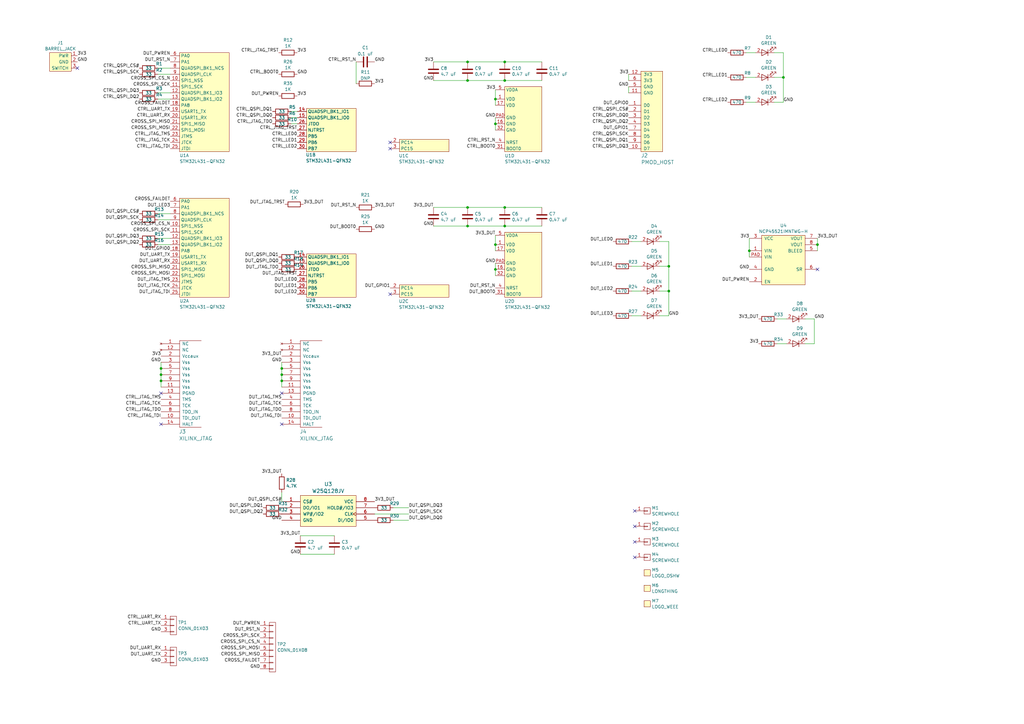
<source format=kicad_sch>
(kicad_sch (version 20231120) (generator "eeschema") (generator_version "8.0")
  (paper "A3")
  (lib_symbols
    (symbol "conn:CONN_01X01" (pin_names (offset 1.016) hide)
      (property "Reference" "J" (at 0 2.54 0))
      (property "Value" "CONN_01X01" (at 2.54 0 90))
      (symbol "CONN_01X01_0_1"
        (rectangle (start -1.27 0.127) (end 0.254 -0.127))
        (rectangle (start -1.27 1.27) (end 1.27 -1.27))
      )
      (symbol "CONN_01X01_1_1"
        (pin passive line (at -5.08 0 0) (length 3.81) (name "P1") (number "1"))
      )
    )
    (symbol "conn:CONN_01X03" (pin_names (offset 1.016) hide)
      (property "Reference" "J" (at 0 5.08 0))
      (property "Value" "CONN_01X03" (at 2.54 0 90))
      (symbol "CONN_01X03_0_1"
        (rectangle (start -1.27 -2.413) (end 0.254 -2.667))
        (rectangle (start -1.27 0.127) (end 0.254 -0.127))
        (rectangle (start -1.27 2.667) (end 0.254 2.413))
        (rectangle (start -1.27 3.81) (end 1.27 -3.81))
      )
      (symbol "CONN_01X03_1_1"
        (pin passive line (at -5.08 2.54 0) (length 3.81) (name "P1") (number "1"))
        (pin passive line (at -5.08 0 0) (length 3.81) (name "P2") (number "2"))
        (pin passive line (at -5.08 -2.54 0) (length 3.81) (name "P3") (number "3"))
      )
    )
    (symbol "conn:CONN_01X08" (pin_names (offset 1.016) hide)
      (property "Reference" "J" (at 0 11.43 0))
      (property "Value" "CONN_01X08" (at 2.54 0 90))
      (symbol "CONN_01X08_0_1"
        (rectangle (start -1.27 -10.16) (end 1.27 10.16))
        (rectangle (start -1.27 -8.763) (end 0.254 -9.017))
        (rectangle (start -1.27 -6.223) (end 0.254 -6.477))
        (rectangle (start -1.27 -3.683) (end 0.254 -3.937))
        (rectangle (start -1.27 -1.143) (end 0.254 -1.397))
        (rectangle (start -1.27 1.397) (end 0.254 1.143))
        (rectangle (start -1.27 3.937) (end 0.254 3.683))
        (rectangle (start -1.27 6.477) (end 0.254 6.223))
        (rectangle (start -1.27 9.017) (end 0.254 8.763))
      )
      (symbol "CONN_01X08_1_1"
        (pin passive line (at -5.08 8.89 0) (length 3.81) (name "P1") (number "1"))
        (pin passive line (at -5.08 6.35 0) (length 3.81) (name "P2") (number "2"))
        (pin passive line (at -5.08 3.81 0) (length 3.81) (name "P3") (number "3"))
        (pin passive line (at -5.08 1.27 0) (length 3.81) (name "P4") (number "4"))
        (pin passive line (at -5.08 -1.27 0) (length 3.81) (name "P5") (number "5"))
        (pin passive line (at -5.08 -3.81 0) (length 3.81) (name "P6") (number "6"))
        (pin passive line (at -5.08 -6.35 0) (length 3.81) (name "P7") (number "7"))
        (pin passive line (at -5.08 -8.89 0) (length 3.81) (name "P8") (number "8"))
      )
    )
    (symbol "device:C" (pin_numbers hide) (pin_names (offset 0.254))
      (property "Reference" "C" (at 0.635 2.54 0))
      (property "Value" "C" (at 0.635 -2.54 0))
      (symbol "C_0_1"
        (polyline (pts (xy -2.032 -0.762) (xy 2.032 -0.762)) (stroke (width 0.508)))
        (polyline (pts (xy -2.032 0.762) (xy 2.032 0.762)) (stroke (width 0.508)))
      )
      (symbol "C_1_1"
        (pin passive line (at 0 3.81 270) (length 2.794) (name "~") (number "1"))
        (pin passive line (at 0 -3.81 90) (length 2.794) (name "~") (number "2"))
      )
    )
    (symbol "device:LED" (pin_names (offset 1.016) hide)
      (property "Reference" "D" (at 0 2.54 0))
      (property "Value" "LED" (at 0 -2.54 0))
      (symbol "LED_0_1"
        (polyline (pts (xy -1.27 -1.27) (xy -1.27 1.27)) (stroke (width 0.2032)))
        (polyline (pts (xy -1.27 0) (xy 1.27 0)))
        (polyline (pts (xy 1.27 -1.27) (xy 1.27 1.27) (xy -1.27 0) (xy 1.27 -1.27)) (stroke (width 0.2032)))
        (polyline (pts (xy -3.048 -0.762) (xy -4.572 -2.286) (xy -3.81 -2.286) (xy -4.572 -2.286) (xy -4.572 -1.524)))
        (polyline (pts (xy -1.778 -0.762) (xy -3.302 -2.286) (xy -2.54 -2.286) (xy -3.302 -2.286) (xy -3.302 -1.524)))
      )
      (symbol "LED_1_1"
        (pin passive line (at -3.81 0 0) (length 2.54) (name "K") (number "1"))
        (pin passive line (at 3.81 0 180) (length 2.54) (name "A") (number "2"))
      )
    )
    (symbol "device:R" (pin_numbers hide) (pin_names (offset 0))
      (property "Reference" "R" (at 2.032 0 90))
      (property "Value" "R" (at 0 0 90))
      (symbol "R_0_1"
        (rectangle (start -1.016 -2.54) (end 1.016 2.54) (stroke (width 0.254)))
      )
      (symbol "R_1_1"
        (pin passive line (at 0 3.81 270) (length 1.27) (name "~") (number "1"))
        (pin passive line (at 0 -3.81 90) (length 1.27) (name "~") (number "2"))
      )
    )
    (symbol "memory-azonenberg:W25Q80BV" (pin_names (offset 1.016))
      (property "Reference" "U" (at 0 -1.27 0))
      (property "Value" "W25Q80BV" (at 0 -3.81 0))
      (symbol "W25Q80BV_0_1"
        (rectangle (start -11.43 12.7) (end 11.43 0) (fill (type background)))
      )
      (symbol "W25Q80BV_1_1"
        (pin input line (at -19.05 10.16 0) (length 7.62) (name "CS#") (number "1"))
        (pin bidirectional line (at -19.05 7.62 0) (length 7.62) (name "DO/IO1") (number "2"))
        (pin bidirectional line (at -19.05 5.08 0) (length 7.62) (name "WP#/IO2") (number "3"))
        (pin power_in line (at -19.05 2.54 0) (length 7.62) (name "GND") (number "4"))
        (pin bidirectional line (at 19.05 2.54 180) (length 7.62) (name "DI/IO0") (number "5"))
        (pin input clock (at 19.05 5.08 180) (length 7.62) (name "CLK") (number "6"))
        (pin bidirectional line (at 19.05 7.62 180) (length 7.62) (name "HOLD#/IO3") (number "7"))
        (pin power_in line (at 19.05 10.16 180) (length 7.62) (name "VCC") (number "8"))
      )
    )
    (symbol "power-azonenberg:BARREL_JACK" (pin_names (offset 1.016))
      (property "Reference" "J" (at 1.27 -1.27 0))
      (property "Value" "BARREL_JACK" (at 6.35 -3.81 0))
      (symbol "BARREL_JACK_0_1"
        (rectangle (start 0 7.62) (end -8.89 0) (fill (type background)))
      )
      (symbol "BARREL_JACK_1_1"
        (pin power_out line (at 2.54 6.35 180) (length 2.54) (name "PWR") (number "1"))
        (pin power_out line (at 2.54 3.81 180) (length 2.54) (name "GND") (number "2"))
        (pin passive line (at 2.54 1.27 180) (length 2.54) (name "SWITCH") (number "3"))
      )
    )
    (symbol "power-azonenberg:NCP45525" (pin_names (offset 1.016))
      (property "Reference" "U" (at 1.27 -1.27 0))
      (property "Value" "NCP45525" (at 5.08 -3.81 0))
      (symbol "NCP45525_0_1"
        (rectangle (start 0 20.32) (end 17.78 0) (fill (type background)))
      )
      (symbol "NCP45525_1_1"
        (pin power_in line (at -5.08 13.97 0) (length 5.08) (name "VIN") (number "1"))
        (pin input line (at -5.08 1.27 0) (length 5.08) (name "EN") (number "2"))
        (pin power_in line (at -5.08 19.05 0) (length 5.08) (name "VCC") (number "3"))
        (pin power_in line (at -5.08 6.35 0) (length 5.08) (name "GND") (number "4"))
        (pin passive line (at 22.86 13.97 180) (length 5.08) (name "BLEED") (number "5"))
        (pin passive line (at 22.86 6.35 180) (length 5.08) (name "SR") (number "6"))
        (pin power_out line (at 22.86 19.05 180) (length 5.08) (name "VOUT") (number "7"))
        (pin power_in line (at 22.86 16.51 180) (length 5.08) (name "VOUT") (number "8"))
        (pin power_in line (at -5.08 11.43 0) (length 5.08) (name "VIN") (number "PAD"))
      )
    )
    (symbol "special-azonenberg:MECHANICAL" (pin_names (offset 1.016))
      (property "Reference" "M" (at 0 -2.54 0))
      (property "Value" "MECHANICAL" (at 0 -5.08 0))
      (symbol "MECHANICAL_0_1"
        (rectangle (start 0 1.27) (end 2.54 -1.27) (fill (type background)))
      )
    )
    (symbol "special-azonenberg:PMOD_HOST" (pin_names (offset 1.016))
      (property "Reference" "J" (at 0 -1.27 0))
      (property "Value" "PMOD_HOST" (at 0 -3.81 0))
      (symbol "PMOD_HOST_0_1"
        (rectangle (start 0 33.02) (end 8.89 0) (fill (type background)))
      )
      (symbol "PMOD_HOST_1_1"
        (pin bidirectional line (at -5.08 19.05 0) (length 5.08) (name "D0") (number "1"))
        (pin bidirectional line (at -5.08 1.27 0) (length 5.08) (name "D7") (number "10"))
        (pin power_in line (at -5.08 24.13 0) (length 5.08) (name "GND") (number "11"))
        (pin power_in line (at -5.08 31.75 0) (length 5.08) (name "3V3") (number "12"))
        (pin bidirectional line (at -5.08 16.51 0) (length 5.08) (name "D1") (number "2"))
        (pin bidirectional line (at -5.08 13.97 0) (length 5.08) (name "D2") (number "3"))
        (pin bidirectional line (at -5.08 11.43 0) (length 5.08) (name "D3") (number "4"))
        (pin power_in line (at -5.08 26.67 0) (length 5.08) (name "GND") (number "5"))
        (pin power_in line (at -5.08 29.21 0) (length 5.08) (name "3V3") (number "6"))
        (pin bidirectional line (at -5.08 8.89 0) (length 5.08) (name "D4") (number "7"))
        (pin bidirectional line (at -5.08 6.35 0) (length 5.08) (name "D5") (number "8"))
        (pin bidirectional line (at -5.08 3.81 0) (length 5.08) (name "D6") (number "9"))
      )
    )
    (symbol "st-azonenberg:STM32L431-QFN32"
      (property "Reference" "U" (at 1.27 -1.27 0))
      (property "Value" "STM32L431-QFN32" (at 8.89 -3.81 0))
      (symbol "STM32L431-QFN32_1_1"
        (rectangle (start 0 40.64) (end 20.32 0) (stroke (width 0.1524)) (fill (type background)))
        (pin bidirectional line (at -3.81 29.21 0) (length 3.81) (name "PA4") (number "10") (alternate "SPI1_NSS" bidirectional line))
        (pin bidirectional line (at -3.81 26.67 0) (length 3.81) (name "PA5") (number "11") (alternate "SPI1_SCK" bidirectional line))
        (pin bidirectional line (at -3.81 24.13 0) (length 3.81) (name "PA6") (number "12") (alternate "QUADSPI_BK1_IO3" bidirectional line) (alternate "SPI1_MISO" bidirectional line))
        (pin bidirectional line (at -3.81 21.59 0) (length 3.81) (name "PA7") (number "13") (alternate "QUADSPI_BK1_IO2" bidirectional line) (alternate "SPI1_MOSI" bidirectional line))
        (pin bidirectional line (at -3.81 19.05 0) (length 3.81) (name "PA8") (number "18"))
        (pin bidirectional line (at -3.81 16.51 0) (length 3.81) (name "PA9") (number "19") (alternate "USART1_TX" output line))
        (pin bidirectional line (at -3.81 13.97 0) (length 3.81) (name "PA10") (number "20") (alternate "USART1_RX" input line))
        (pin bidirectional line (at -3.81 11.43 0) (length 3.81) (name "PA11") (number "21") (alternate "SPI1_MISO" bidirectional line))
        (pin bidirectional line (at -3.81 8.89 0) (length 3.81) (name "PA12") (number "22") (alternate "SPI1_MOSI" bidirectional line))
        (pin bidirectional line (at -3.81 6.35 0) (length 3.81) (name "PA13") (number "23") (alternate "JTMS" input line))
        (pin bidirectional line (at -3.81 3.81 0) (length 3.81) (name "PA14") (number "24") (alternate "JTCK" input line))
        (pin bidirectional line (at -3.81 1.27 0) (length 3.81) (name "PA15") (number "25") (alternate "JTDI" input line) (alternate "SPI1_NSS" bidirectional line))
        (pin bidirectional line (at -3.81 39.37 0) (length 3.81) (name "PA0") (number "6"))
        (pin bidirectional line (at -3.81 36.83 0) (length 3.81) (name "PA1") (number "7") (alternate "SPI1_SCK" bidirectional line))
        (pin bidirectional line (at -3.81 34.29 0) (length 3.81) (name "PA2") (number "8") (alternate "QUADSPI_BK1_NCS" bidirectional line))
        (pin bidirectional line (at -3.81 31.75 0) (length 3.81) (name "PA3") (number "9") (alternate "QUADSPI_CLK" bidirectional line))
      )
      (symbol "STM32L431-QFN32_2_1"
        (rectangle (start 0 17.78) (end 20.32 0) (stroke (width 0.1524)) (fill (type background)))
        (pin bidirectional line (at -3.81 16.51 0) (length 3.81) (name "PB0") (number "14") (alternate "QUADSPI_BK1_IO1" bidirectional line) (alternate "SPI1_NSS" bidirectional line))
        (pin bidirectional line (at -3.81 13.97 0) (length 3.81) (name "PB1") (number "15") (alternate "QUADSPI_BK1_IO0" bidirectional line))
        (pin bidirectional line (at -3.81 11.43 0) (length 3.81) (name "PB3") (number "26") (alternate "JTDO" output line) (alternate "SPI1_SCK" bidirectional line))
        (pin bidirectional line (at -3.81 8.89 0) (length 3.81) (name "PB4") (number "27") (alternate "NJTRST" input line) (alternate "SPI1_MISO" bidirectional line))
        (pin bidirectional line (at -3.81 6.35 0) (length 3.81) (name "PB5") (number "28") (alternate "SPI1_MOSI" bidirectional line))
        (pin bidirectional line (at -3.81 3.81 0) (length 3.81) (name "PB6") (number "29") (alternate "USART1_TX" output line))
        (pin bidirectional line (at -3.81 1.27 0) (length 3.81) (name "PB7") (number "30") (alternate "USART1_RX" input line))
      )
      (symbol "STM32L431-QFN32_3_1"
        (rectangle (start 0 5.08) (end 20.32 0) (stroke (width 0.1524)) (fill (type background)))
        (pin bidirectional line (at -3.81 3.81 0) (length 3.81) (name "PC14") (number "2"))
        (pin bidirectional line (at -3.81 1.27 0) (length 3.81) (name "PC15") (number "3"))
      )
      (symbol "STM32L431-QFN32_4_1"
        (rectangle (start 0 26.67) (end 15.24 0) (stroke (width 0.1524)) (fill (type background)))
        (pin power_in line (at -3.81 21.59 0) (length 3.81) (name "VDD") (number "1"))
        (pin power_in line (at -3.81 11.43 0) (length 3.81) (name "GND") (number "16"))
        (pin power_in line (at -3.81 19.05 0) (length 3.81) (name "VDD") (number "17"))
        (pin input line (at -3.81 1.27 0) (length 3.81) (name "BOOT0") (number "31"))
        (pin power_in line (at -3.81 8.89 0) (length 3.81) (name "GND") (number "32"))
        (pin input line (at -3.81 3.81 0) (length 3.81) (name "NRST") (number "4"))
        (pin power_in line (at -3.81 25.4 0) (length 3.81) (name "VDDA") (number "5"))
        (pin power_in line (at -3.81 13.97 0) (length 3.81) (name "GND") (number "PAD"))
      )
    )
    (symbol "xilinx-azonenberg:XILINX_JTAG" (pin_names (offset 1.016))
      (property "Reference" "J" (at 12.7 39.37 0))
      (property "Value" "XILINX_JTAG" (at 12.7 36.83 0))
      (symbol "XILINX_JTAG_0_1"
        (polyline (pts (xy 16.51 -1.27) (xy 7.62 -1.27) (xy 7.62 34.29) (xy 16.51 34.29)))
      )
      (symbol "XILINX_JTAG_1_1"
        (pin no_connect line (at 0 33.02 0) (length 7.62) (name "NC") (number "1"))
        (pin output line (at 0 2.54 0) (length 7.62) (name "TDI_OUT") (number "10"))
        (pin power_in line (at 0 15.24 0) (length 7.62) (name "Vss") (number "11"))
        (pin no_connect line (at 0 30.48 0) (length 7.62) (name "NC") (number "12"))
        (pin bidirectional line (at 0 12.7 0) (length 7.62) (name "PGND") (number "13"))
        (pin output line (at 0 0 0) (length 7.62) (name "HALT") (number "14"))
        (pin power_in line (at 0 27.94 0) (length 7.62) (name "Vccaux") (number "2"))
        (pin power_in line (at 0 25.4 0) (length 7.62) (name "Vss") (number "3"))
        (pin output line (at 0 10.16 0) (length 7.62) (name "TMS") (number "4"))
        (pin power_in line (at 0 22.86 0) (length 7.62) (name "Vss") (number "5"))
        (pin output line (at 0 7.62 0) (length 7.62) (name "TCK") (number "6"))
        (pin power_in line (at 0 20.32 0) (length 7.62) (name "Vss") (number "7"))
        (pin input line (at 0 5.08 0) (length 7.62) (name "TDO_IN") (number "8"))
        (pin power_in line (at 0 17.78 0) (length 7.62) (name "Vss") (number "9"))
      )
    )
  )
  (junction (at 207.01 85.09))
  (junction (at 191.77 25.4))
  (junction (at 203.2 100.33))
  (junction (at 191.77 85.09))
  (junction (at 191.77 33.02))
  (junction (at 203.2 110.49))
  (junction (at 191.77 92.71))
  (junction (at 115.57 153.67))
  (junction (at 207.01 92.71))
  (junction (at 115.57 151.13))
  (junction (at 207.01 25.4))
  (junction (at 207.01 33.02))
  (junction (at 203.2 50.8))
  (junction (at 335.28 100.33))
  (junction (at 307.34 102.87))
  (junction (at 115.57 156.21))
  (junction (at 274.32 119.38))
  (junction (at 66.04 156.21))
  (junction (at 274.32 109.22))
  (junction (at 66.04 151.13))
  (junction (at 203.2 40.64))
  (junction (at 66.04 153.67))
  (junction (at 321.31 31.75))
  (no_connect (at 66.04 161.29))
  (no_connect (at 260.35 209.55))
  (no_connect (at 115.57 161.29))
  (no_connect (at 160.02 60.96))
  (no_connect (at 260.35 228.6))
  (no_connect (at 335.28 110.49))
  (no_connect (at 260.35 222.25))
  (no_connect (at 160.02 58.42))
  (no_connect (at 31.75 27.94))
  (no_connect (at 115.57 173.99))
  (no_connect (at 260.35 215.9))
  (no_connect (at 160.02 120.65))
  (no_connect (at 66.04 173.99))
  (wire (pts (xy 257.81 35.56) (xy 257.81 38.1)))
  (wire (pts (xy 306.07 41.91) (xy 309.88 41.91)))
  (wire (pts (xy 64.77 90.17) (xy 69.85 90.17)))
  (wire (pts (xy 64.77 40.64) (xy 69.85 40.64)))
  (wire (pts (xy 270.51 129.54) (xy 274.32 129.54)))
  (wire (pts (xy 115.57 201.93) (xy 115.57 205.74)))
  (wire (pts (xy 257.81 30.48) (xy 257.81 33.02)))
  (wire (pts (xy 270.51 119.38) (xy 274.32 119.38)))
  (wire (pts (xy 203.2 107.95) (xy 203.2 110.49)))
  (wire (pts (xy 153.67 210.82) (xy 167.64 210.82)))
  (wire (pts (xy 64.77 97.79) (xy 69.85 97.79)))
  (wire (pts (xy 330.2 130.81) (xy 334.01 130.81)))
  (wire (pts (xy 119.38 45.72) (xy 121.92 45.72)))
  (wire (pts (xy 317.5 21.59) (xy 321.31 21.59)))
  (wire (pts (xy 177.8 85.09) (xy 191.77 85.09)))
  (wire (pts (xy 64.77 27.94) (xy 69.85 27.94)))
  (wire (pts (xy 191.77 85.09) (xy 207.01 85.09)))
  (wire (pts (xy 64.77 100.33) (xy 69.85 100.33)))
  (wire (pts (xy 115.57 156.21) (xy 115.57 158.75)))
  (wire (pts (xy 191.77 25.4) (xy 207.01 25.4)))
  (wire (pts (xy 123.19 227.33) (xy 137.16 227.33)))
  (wire (pts (xy 259.08 109.22) (xy 262.89 109.22)))
  (wire (pts (xy 207.01 92.71) (xy 222.25 92.71)))
  (wire (pts (xy 203.2 96.52) (xy 203.2 100.33)))
  (wire (pts (xy 177.8 33.02) (xy 191.77 33.02)))
  (wire (pts (xy 191.77 33.02) (xy 207.01 33.02)))
  (wire (pts (xy 335.28 100.33) (xy 335.28 102.87)))
  (wire (pts (xy 64.77 30.48) (xy 69.85 30.48)))
  (wire (pts (xy 334.01 130.81) (xy 334.01 140.97)))
  (wire (pts (xy 317.5 31.75) (xy 321.31 31.75)))
  (wire (pts (xy 161.29 208.28) (xy 167.64 208.28)))
  (wire (pts (xy 207.01 33.02) (xy 222.25 33.02)))
  (wire (pts (xy 191.77 92.71) (xy 207.01 92.71)))
  (wire (pts (xy 207.01 25.4) (xy 222.25 25.4)))
  (wire (pts (xy 64.77 87.63) (xy 69.85 87.63)))
  (wire (pts (xy 321.31 21.59) (xy 321.31 31.75)))
  (wire (pts (xy 66.04 151.13) (xy 66.04 153.67)))
  (wire (pts (xy 259.08 119.38) (xy 262.89 119.38)))
  (wire (pts (xy 115.57 148.59) (xy 115.57 151.13)))
  (wire (pts (xy 119.38 50.8) (xy 121.92 50.8)))
  (wire (pts (xy 335.28 97.79) (xy 335.28 100.33)))
  (wire (pts (xy 274.32 109.22) (xy 274.32 119.38)))
  (wire (pts (xy 259.08 129.54) (xy 262.89 129.54)))
  (wire (pts (xy 307.34 97.79) (xy 307.34 102.87)))
  (wire (pts (xy 318.77 130.81) (xy 322.58 130.81)))
  (wire (pts (xy 203.2 36.83) (xy 203.2 40.64)))
  (wire (pts (xy 203.2 50.8) (xy 203.2 53.34)))
  (wire (pts (xy 115.57 153.67) (xy 115.57 156.21)))
  (wire (pts (xy 306.07 21.59) (xy 309.88 21.59)))
  (wire (pts (xy 203.2 48.26) (xy 203.2 50.8)))
  (wire (pts (xy 270.51 99.06) (xy 274.32 99.06)))
  (wire (pts (xy 317.5 41.91) (xy 321.31 41.91)))
  (wire (pts (xy 119.38 48.26) (xy 121.92 48.26)))
  (wire (pts (xy 274.32 119.38) (xy 274.32 129.54)))
  (wire (pts (xy 330.2 140.97) (xy 334.01 140.97)))
  (wire (pts (xy 146.05 25.4) (xy 146.05 34.29)))
  (wire (pts (xy 318.77 140.97) (xy 322.58 140.97)))
  (wire (pts (xy 203.2 40.64) (xy 203.2 43.18)))
  (wire (pts (xy 307.34 102.87) (xy 307.34 105.41)))
  (wire (pts (xy 203.2 110.49) (xy 203.2 113.03)))
  (wire (pts (xy 123.19 219.71) (xy 137.16 219.71)))
  (wire (pts (xy 321.31 31.75) (xy 321.31 41.91)))
  (wire (pts (xy 66.04 153.67) (xy 66.04 156.21)))
  (wire (pts (xy 66.04 148.59) (xy 66.04 151.13)))
  (wire (pts (xy 177.8 92.71) (xy 191.77 92.71)))
  (wire (pts (xy 203.2 100.33) (xy 203.2 102.87)))
  (wire (pts (xy 115.57 151.13) (xy 115.57 153.67)))
  (wire (pts (xy 259.08 99.06) (xy 262.89 99.06)))
  (wire (pts (xy 274.32 99.06) (xy 274.32 109.22)))
  (wire (pts (xy 177.8 25.4) (xy 191.77 25.4)))
  (wire (pts (xy 306.07 31.75) (xy 309.88 31.75)))
  (wire (pts (xy 270.51 109.22) (xy 274.32 109.22)))
  (wire (pts (xy 64.77 38.1) (xy 69.85 38.1)))
  (wire (pts (xy 161.29 213.36) (xy 167.64 213.36)))
  (wire (pts (xy 207.01 85.09) (xy 222.25 85.09)))
  (wire (pts (xy 66.04 156.21) (xy 66.04 158.75)))
  (label "GND" (at 153.67 93.98 0))
  (label "CTRL_RST_N" (at 203.2 58.42 180))
  (label "GND" (at 115.57 148.59 180))
  (label "DUT_QSPI_DQ0" (at 167.64 213.36 0))
  (label "3V3_DUT" (at 335.28 97.79 0))
  (label "DUT_BOOT0" (at 203.2 120.65 180))
  (label "DUT_JTAG_TDO" (at 114.3 110.49 180))
  (label "CROSS_SPI_MOSI" (at 69.85 113.03 180))
  (label "CTRL_LED0" (at 298.45 21.59 180))
  (label "DUT_LED3" (at 69.85 85.09 180))
  (label "DUT_LED3" (at 251.46 129.54 180))
  (label "DUT_UART_TX" (at 66.04 269.24 180))
  (label "CROSS_SPI_SCK" (at 69.85 95.25 180))
  (label "DUT_LED0" (at 251.46 99.06 180))
  (label "DUT_QSPI_CS#" (at 115.57 205.74 180))
  (label "DUT_UART_TX" (at 69.85 105.41 180))
  (label "DUT_UART_RX" (at 66.04 266.7 180))
  (label "DUT_RST_N" (at 146.05 85.09 180))
  (label "3V3" (at 31.75 22.86 0))
  (label "GND" (at 121.92 30.48 0))
  (label "CROSS_SPI_SCK" (at 69.85 35.56 180))
  (label "CROSS_SPI_SCK" (at 106.68 261.62 180))
  (label "CTRL_QSPI_DQ3" (at 57.15 38.1 180))
  (label "DUT_JTAG_TDI" (at 115.57 171.45 180))
  (label "CTRL_JTAG_TDO" (at 66.04 168.91 180))
  (label "DUT_QSPI_DQ2" (at 107.95 210.82 180))
  (label "CTRL_QSPI_DQ0" (at 257.81 48.26 180))
  (label "DUT_LED1" (at 121.92 118.11 180))
  (label "CTRL_JTAG_TRST" (at 114.3 21.59 180))
  (label "DUT_JTAG_TDI" (at 69.85 120.65 180))
  (label "CROSS_SPI_MISO" (at 69.85 110.49 180))
  (label "CROSS_SPI_MOSI" (at 106.68 266.7 180))
  (label "CTRL_UART_RX" (at 66.04 254 180))
  (label "DUT_BOOT0" (at 146.05 93.98 180))
  (label "DUT_GPIO1" (at 257.81 53.34 180))
  (label "DUT_GPIO0" (at 257.81 43.18 180))
  (label "CROSS_SPI_MOSI" (at 69.85 53.34 180))
  (label "GND" (at 115.57 213.36 180))
  (label "CROSS_SPI_MISO" (at 106.68 269.24 180))
  (label "GND" (at 334.01 130.81 0))
  (label "DUT_PWREN" (at 106.68 256.54 180))
  (label "GND" (at 106.68 274.32 180))
  (label "CROSS_SPI_CS_N" (at 106.68 264.16 180))
  (label "CTRL_JTAG_TDO" (at 111.76 50.8 180))
  (label "DUT_RST_N" (at 69.85 25.4 180))
  (label "GND" (at 203.2 48.26 180))
  (label "CROSS_FAILDET" (at 69.85 43.18 180))
  (label "3V3" (at 311.15 140.97 180))
  (label "CTRL_JTAG_TMS" (at 66.04 163.83 180))
  (label "CTRL_LED1" (at 121.92 58.42 180))
  (label "CTRL_QSPI_CS#" (at 57.15 27.94 180))
  (label "3V3" (at 121.92 39.37 0))
  (label "GND" (at 203.2 107.95 180))
  (label "DUT_JTAG_TCK" (at 115.57 166.37 180))
  (label "DUT_GPIO0" (at 69.85 102.87 180))
  (label "CTRL_BOOT0" (at 114.3 30.48 180))
  (label "DUT_PWREN" (at 307.34 115.57 180))
  (label "CROSS_FAILDET" (at 106.68 271.78 180))
  (label "GND" (at 257.81 35.56 180))
  (label "CTRL_UART_RX" (at 69.85 48.26 180))
  (label "CTRL_QSPI_DQ2" (at 257.81 50.8 180))
  (label "GND" (at 66.04 271.78 180))
  (label "3V3" (at 66.04 146.05 180))
  (label "3V3_DUT" (at 153.67 85.09 0))
  (label "DUT_QSPI_DQ1" (at 114.3 105.41 180))
  (label "DUT_JTAG_TRST" (at 121.92 113.03 180))
  (label "GND" (at 66.04 259.08 180))
  (label "GND" (at 274.32 129.54 0))
  (label "DUT_QSPI_SCK" (at 167.64 210.82 0))
  (label "CTRL_QSPI_DQ1" (at 111.76 45.72 180))
  (label "CROSS_SPI_CS_N" (at 69.85 92.71 180))
  (label "CTRL_RST_N" (at 146.05 25.4 180))
  (label "DUT_UART_RX" (at 69.85 107.95 180))
  (label "3V3" (at 307.34 97.79 180))
  (label "DUT_PWREN" (at 69.85 22.86 180))
  (label "CTRL_LED2" (at 121.92 60.96 180))
  (label "CTRL_LED2" (at 298.45 41.91 180))
  (label "CROSS_SPI_CS_N" (at 69.85 33.02 180))
  (label "DUT_JTAG_TCK" (at 69.85 118.11 180))
  (label "CTRL_QSPI_SCK" (at 257.81 55.88 180))
  (label "DUT_QSPI_DQ2" (at 57.15 100.33 180))
  (label "DUT_JTAG_TMS" (at 115.57 163.83 180))
  (label "CTRL_JTAG_TRST" (at 121.92 53.34 180))
  (label "GND" (at 123.19 227.33 180))
  (label "3V3_DUT" (at 203.2 96.52 180))
  (label "CTRL_JTAG_TMS" (at 69.85 55.88 180))
  (label "GND" (at 321.31 41.91 0))
  (label "CTRL_LED1" (at 298.45 31.75 180))
  (label "GND" (at 66.04 148.59 180))
  (label "DUT_QSPI_DQ0" (at 114.3 107.95 180))
  (label "DUT_PWREN" (at 114.3 39.37 180))
  (label "DUT_QSPI_CS#" (at 57.15 87.63 180))
  (label "DUT_LED2" (at 121.92 120.65 180))
  (label "CTRL_JTAG_TDI" (at 69.85 60.96 180))
  (label "CTRL_QSPI_DQ2" (at 57.15 40.64 180))
  (label "CROSS_FAILDET" (at 69.85 82.55 180))
  (label "3V3" (at 177.8 25.4 180))
  (label "DUT_JTAG_TDO" (at 115.57 168.91 180))
  (label "3V3" (at 203.2 36.83 180))
  (label "3V3_DUT" (at 177.8 85.09 180))
  (label "DUT_QSPI_DQ3" (at 57.15 97.79 180))
  (label "GND" (at 31.75 25.4 0))
  (label "CTRL_UART_TX" (at 66.04 256.54 180))
  (label "3V3_DUT" (at 153.67 205.74 0))
  (label "DUT_LED2" (at 251.46 119.38 180))
  (label "3V3_DUT" (at 115.57 194.31 180))
  (label "3V3_DUT" (at 115.57 146.05 180))
  (label "CTRL_JTAG_TDI" (at 66.04 171.45 180))
  (label "CTRL_QSPI_DQ1" (at 257.81 58.42 180))
  (label "CTRL_QSPI_DQ0" (at 111.76 48.26 180))
  (label "CTRL_JTAG_TCK" (at 69.85 58.42 180))
  (label "DUT_GPIO1" (at 160.02 118.11 180))
  (label "CTRL_QSPI_SCK" (at 57.15 30.48 180))
  (label "GND" (at 177.8 33.02 180))
  (label "DUT_QSPI_DQ1" (at 107.95 208.28 180))
  (label "GND" (at 153.67 25.4 0))
  (label "GND" (at 307.34 110.49 180))
  (label "DUT_RST_N" (at 106.68 259.08 180))
  (label "3V3_DUT" (at 123.19 219.71 180))
  (label "CTRL_JTAG_TCK" (at 66.04 166.37 180))
  (label "GND" (at 177.8 92.71 180))
  (label "CROSS_SPI_MISO" (at 69.85 50.8 180))
  (label "DUT_JTAG_TRST" (at 116.84 83.82 180))
  (label "3V3" (at 257.81 30.48 180))
  (label "3V3" (at 153.67 34.29 0))
  (label "DUT_LED1" (at 251.46 109.22 180))
  (label "DUT_QSPI_SCK" (at 57.15 90.17 180))
  (label "CTRL_LED0" (at 121.92 55.88 180))
  (label "CTRL_QSPI_DQ3" (at 257.81 60.96 180))
  (label "CTRL_QSPI_CS#" (at 257.81 45.72 180))
  (label "3V3_DUT" (at 311.15 130.81 180))
  (label "CTRL_UART_TX" (at 69.85 45.72 180))
  (label "DUT_RST_N" (at 203.2 118.11 180))
  (label "DUT_QSPI_DQ3" (at 167.64 208.28 0))
  (label "DUT_LED0" (at 121.92 115.57 180))
  (label "3V3" (at 121.92 21.59 0))
  (label "DUT_JTAG_TMS" (at 69.85 115.57 180))
  (label "CTRL_BOOT0" (at 203.2 60.96 180))
  (label "3V3_DUT" (at 124.46 83.82 0))
  (symbol (lib_id "conn:CONN_01X01") (at 265.43 222.25 0) (unit 1)
    (property "Reference" "M3" (at 267.335 221.0378 0) (effects (justify left)))
    (property "Value" "SCREWHOLE" (at 267.335 223.4621 0) (effects (justify left)))
    (property "Footprint" "azonenberg_pcb:MECHANICAL_CLEARANCEHOLE_4_40" (effects (hide yes)))
    (property "Description" "Connector, single row, 01x01, pin header" (effects (hide yes)))
  )
  (symbol (lib_id "st-azonenberg:STM32L431-QFN32") (at 207.01 121.92 0) (unit 4)
    (property "Reference" "U2" (at 207.01 123.5597 0) (effects (justify left)))
    (property "Value" "STM32L431-QFN32" (at 207.01 125.984 0) (effects (justify left)))
    (property "Footprint" "azonenberg_pcb:QFN_32_0.5MM_5x5MM" (effects (hide yes)))
    (pin "10" (alternate "SPI1_NSS"))
    (pin "21" (alternate "SPI1_MISO"))
    (pin "22" (alternate "SPI1_MOSI"))
    (pin "24" (alternate "JTCK"))
    (pin "25" (alternate "JTDI"))
    (pin "23" (alternate "JTMS"))
    (pin "26" (alternate "JTDO"))
    (pin "14" (alternate "QUADSPI_BK1_IO1"))
    (pin "15" (alternate "QUADSPI_BK1_IO0"))
    (pin "9" (alternate "QUADSPI_CLK"))
    (pin "11" (alternate "SPI1_SCK"))
    (pin "8" (alternate "QUADSPI_BK1_NCS"))
    (pin "27" (alternate "NJTRST"))
    (pin "12" (alternate "QUADSPI_BK1_IO3"))
    (pin "19" (alternate "USART1_TX"))
    (pin "13" (alternate "QUADSPI_BK1_IO2"))
    (pin "20" (alternate "USART1_RX"))
  )
  (symbol (lib_id "device:LED") (at 313.69 41.91 180) (unit 1)
    (property "Reference" "D3" (at 315.2902 35.6065 0))
    (property "Value" "GREEN" (at 315.2902 38.0308 0))
    (property "Footprint" "azonenberg_pcb:EIA_0603_LED" (effects (hide yes)))
    (property "Description" "LED generic" (effects (hide yes)))
  )
  (symbol (lib_id "device:R") (at 118.11 39.37 270) (unit 1)
    (property "Reference" "R35" (at 118.11 34.2095 90))
    (property "Value" "1K" (at 118.11 36.6338 90))
    (property "Footprint" "azonenberg_pcb:EIA_0402_RES_NOSILK" (effects (hide yes)))
    (property "Description" "Resistor" (effects (hide yes)))
  )
  (symbol (lib_id "conn:CONN_01X01") (at 265.43 228.6 0) (unit 1)
    (property "Reference" "M4" (at 267.335 227.3878 0) (effects (justify left)))
    (property "Value" "SCREWHOLE" (at 267.335 229.8121 0) (effects (justify left)))
    (property "Footprint" "azonenberg_pcb:MECHANICAL_CLEARANCEHOLE_4_40" (effects (hide yes)))
    (property "Description" "Connector, single row, 01x01, pin header" (effects (hide yes)))
  )
  (symbol (lib_id "st-azonenberg:STM32L431-QFN32") (at 163.83 62.23 0) (unit 3)
    (property "Reference" "U1" (at 163.576 63.8697 0) (effects (justify left)))
    (property "Value" "STM32L431-QFN32" (at 163.576 66.294 0) (effects (justify left)))
    (property "Footprint" "azonenberg_pcb:QFN_32_0.5MM_5x5MM" (effects (hide yes)))
    (pin "10" (alternate "SPI1_NSS"))
    (pin "21" (alternate "SPI1_MISO"))
    (pin "22" (alternate "SPI1_MOSI"))
    (pin "24" (alternate "JTCK"))
    (pin "25" (alternate "JTDI"))
    (pin "23" (alternate "JTMS"))
    (pin "26" (alternate "JTDO"))
    (pin "14" (alternate "QUADSPI_BK1_IO1"))
    (pin "15" (alternate "QUADSPI_BK1_IO0"))
    (pin "9" (alternate "QUADSPI_CLK"))
    (pin "11" (alternate "SPI1_SCK"))
    (pin "8" (alternate "QUADSPI_BK1_NCS"))
    (pin "27" (alternate "NJTRST"))
    (pin "12" (alternate "QUADSPI_BK1_IO3"))
    (pin "19" (alternate "USART1_TX"))
    (pin "13" (alternate "QUADSPI_BK1_IO2"))
    (pin "20" (alternate "USART1_RX"))
  )
  (symbol (lib_id "xilinx-azonenberg:XILINX_JTAG") (at 66.04 173.99 0) (unit 1)
    (property "Reference" "J3" (at 73.406 176.9991 0) (effects (font (size 1.524 1.524)) (justify left)))
    (property "Value" "XILINX_JTAG" (at 73.406 179.832 0) (effects (font (size 1.524 1.524)) (justify left)))
    (property "Footprint" "azonenberg_pcb:XILINX_JTAG_PTH_MOLEX_0878311420" (effects (hide yes)))
  )
  (symbol (lib_id "device:R") (at 60.96 40.64 90) (unit 1)
    (property "Reference" "R4" (at 65.278 38.862 90))
    (property "Value" "33" (at 60.96 40.64 90))
    (property "Footprint" "azonenberg_pcb:EIA_0402_RES_NOSILK" (effects (hide yes)))
    (property "Description" "Resistor" (effects (hide yes)))
  )
  (symbol (lib_id "special-azonenberg:MECHANICAL") (at 264.16 241.3 0) (unit 1)
    (property "Reference" "M6" (at 267.335 240.0878 0) (effects (justify left)))
    (property "Value" "LONGTHING" (at 267.335 242.5121 0) (effects (justify left)))
    (property "Footprint" "azonenberg_pcb:LONGTHING-1200DPI" (effects (hide yes)))
  )
  (symbol (lib_id "memory-azonenberg:W25Q80BV") (at 134.62 215.9 0) (unit 1)
    (property "Reference" "U3" (at 134.62 198.5696 0) (effects (font (size 1.524 1.524))))
    (property "Value" "W25Q128JV" (at 134.62 201.4025 0) (effects (font (size 1.524 1.524))))
    (property "Footprint" "azonenberg_pcb:DFN_8_1.27MM_6x5MM" (effects (hide yes)))
  )
  (symbol (lib_id "device:R") (at 118.11 30.48 270) (unit 1)
    (property "Reference" "R26" (at 118.11 25.3195 90))
    (property "Value" "1K" (at 118.11 27.7438 90))
    (property "Footprint" "azonenberg_pcb:EIA_0402_RES_NOSILK" (effects (hide yes)))
    (property "Description" "Resistor" (effects (hide yes)))
  )
  (symbol (lib_id "device:C") (at 207.01 29.21 0) (unit 1)
    (property "Reference" "C10" (at 209.931 27.9978 0) (effects (justify left)))
    (property "Value" "0.47 uF" (at 209.931 30.4221 0) (effects (justify left)))
    (property "Footprint" "azonenberg_pcb:EIA_0402_CAP_NOSILK" (effects (hide yes)))
    (property "Description" "Unpolarized capacitor" (effects (hide yes)))
  )
  (symbol (lib_id "device:R") (at 302.26 41.91 90) (unit 1)
    (property "Reference" "R9" (at 306.578 40.132 90))
    (property "Value" "470" (at 302.26 41.91 90))
    (property "Footprint" "azonenberg_pcb:EIA_0402_RES_NOSILK" (effects (hide yes)))
    (property "Description" "Resistor" (effects (hide yes)))
  )
  (symbol (lib_id "power-azonenberg:NCP45525") (at 312.42 116.84 0) (unit 1)
    (property "Reference" "U4" (at 321.31 92.5025 0))
    (property "Value" "NCP45521IMNTWG-H" (at 321.31 94.9268 0))
    (property "Footprint" "azonenberg_pcb:DFN_8_0.5MM_2x2MM" (effects (hide yes)))
  )
  (symbol (lib_id "device:R") (at 149.86 34.29 270) (unit 1)
    (property "Reference" "R11" (at 149.86 29.5742 90))
    (property "Value" "DNP" (at 149.86 32.1111 90))
    (property "Footprint" "azonenberg_pcb:EIA_0402_RES_NOSILK" (effects (hide yes)))
    (property "Description" "Resistor" (effects (hide yes)))
  )
  (symbol (lib_id "device:R") (at 115.57 45.72 90) (unit 1)
    (property "Reference" "R5" (at 119.888 43.942 90))
    (property "Value" "33" (at 115.57 45.72 90))
    (property "Footprint" "azonenberg_pcb:EIA_0402_RES_NOSILK" (effects (hide yes)))
    (property "Description" "Resistor" (effects (hide yes)))
  )
  (symbol (lib_id "device:C") (at 222.25 29.21 0) (unit 1)
    (property "Reference" "C11" (at 225.171 27.9978 0) (effects (justify left)))
    (property "Value" "0.47 uF" (at 225.171 30.4221 0) (effects (justify left)))
    (property "Footprint" "azonenberg_pcb:EIA_0402_CAP_NOSILK" (effects (hide yes)))
    (property "Description" "Unpolarized capacitor" (effects (hide yes)))
  )
  (symbol (lib_id "device:LED") (at 326.39 140.97 180) (unit 1)
    (property "Reference" "D9" (at 327.9902 134.6665 0))
    (property "Value" "GREEN" (at 327.9902 137.0908 0))
    (property "Footprint" "azonenberg_pcb:EIA_0603_LED" (effects (hide yes)))
    (property "Description" "LED generic" (effects (hide yes)))
  )
  (symbol (lib_id "device:R") (at 302.26 31.75 90) (unit 1)
    (property "Reference" "R8" (at 306.578 29.972 90))
    (property "Value" "470" (at 302.26 31.75 90))
    (property "Footprint" "azonenberg_pcb:EIA_0402_RES_NOSILK" (effects (hide yes)))
    (property "Description" "Resistor" (effects (hide yes)))
  )
  (symbol (lib_id "device:R") (at 115.57 48.26 90) (unit 1)
    (property "Reference" "R6" (at 119.888 46.482 90))
    (property "Value" "33" (at 115.57 48.26 90))
    (property "Footprint" "azonenberg_pcb:EIA_0402_RES_NOSILK" (effects (hide yes)))
    (property "Description" "Resistor" (effects (hide yes)))
  )
  (symbol (lib_id "conn:CONN_01X01") (at 265.43 215.9 0) (unit 1)
    (property "Reference" "M2" (at 267.335 214.6878 0) (effects (justify left)))
    (property "Value" "SCREWHOLE" (at 267.335 217.1121 0) (effects (justify left)))
    (property "Footprint" "azonenberg_pcb:MECHANICAL_CLEARANCEHOLE_4_40" (effects (hide yes)))
    (property "Description" "Connector, single row, 01x01, pin header" (effects (hide yes)))
  )
  (symbol (lib_id "device:R") (at 118.11 110.49 90) (unit 1)
    (property "Reference" "R19" (at 122.428 108.712 90))
    (property "Value" "33" (at 118.11 110.49 90))
    (property "Footprint" "azonenberg_pcb:EIA_0402_RES_NOSILK" (effects (hide yes)))
    (property "Description" "Resistor" (effects (hide yes)))
  )
  (symbol (lib_id "st-azonenberg:STM32L431-QFN32") (at 73.66 62.23 0) (unit 1)
    (property "Reference" "U1" (at 73.66 63.754 0) (effects (justify left)))
    (property "Value" "STM32L431-QFN32" (at 73.66 66.1783 0) (effects (justify left)))
    (property "Footprint" "azonenberg_pcb:QFN_32_0.5MM_5x5MM" (effects (hide yes)))
    (pin "10" (alternate "SPI1_NSS"))
    (pin "21" (alternate "SPI1_MISO"))
    (pin "22" (alternate "SPI1_MOSI"))
    (pin "24" (alternate "JTCK"))
    (pin "25" (alternate "JTDI"))
    (pin "23" (alternate "JTMS"))
    (pin "26" (alternate "JTDO"))
    (pin "14" (alternate "QUADSPI_BK1_IO1"))
    (pin "15" (alternate "QUADSPI_BK1_IO0"))
    (pin "9" (alternate "QUADSPI_CLK"))
    (pin "11" (alternate "SPI1_SCK"))
    (pin "8" (alternate "QUADSPI_BK1_NCS"))
    (pin "27" (alternate "NJTRST"))
    (pin "12" (alternate "QUADSPI_BK1_IO3"))
    (pin "19" (alternate "USART1_TX"))
    (pin "13" (alternate "QUADSPI_BK1_IO2"))
    (pin "20" (alternate "USART1_RX"))
  )
  (symbol (lib_id "xilinx-azonenberg:XILINX_JTAG") (at 115.57 173.99 0) (unit 1)
    (property "Reference" "J4" (at 122.936 176.9991 0) (effects (font (size 1.524 1.524)) (justify left)))
    (property "Value" "XILINX_JTAG" (at 122.936 179.832 0) (effects (font (size 1.524 1.524)) (justify left)))
    (property "Footprint" "azonenberg_pcb:XILINX_JTAG_PTH_MOLEX_0878311420" (effects (hide yes)))
  )
  (symbol (lib_id "special-azonenberg:MECHANICAL") (at 264.16 234.95 0) (unit 1)
    (property "Reference" "M5" (at 267.335 233.7378 0) (effects (justify left)))
    (property "Value" "LOGO_OSHW" (at 267.335 236.1621 0) (effects (justify left)))
    (property "Footprint" "w_logo:Logo_silk_OSHW_6x6mm" (effects (hide yes)))
  )
  (symbol (lib_id "conn:CONN_01X03") (at 71.12 269.24 0) (unit 1)
    (property "Reference" "TP3" (at 73.025 268.0278 0) (effects (justify left)))
    (property "Value" "CONN_01X03" (at 73.025 270.4521 0) (effects (justify left)))
    (property "Footprint" "azonenberg_pcb:CONN_HEADER_2.54MM_1x3" (effects (hide yes)))
    (property "Description" "Connector, single row, 01x03, pin header" (effects (hide yes)))
  )
  (symbol (lib_id "device:R") (at 120.65 83.82 270) (unit 1)
    (property "Reference" "R20" (at 120.65 78.6595 90))
    (property "Value" "1K" (at 120.65 81.0838 90))
    (property "Footprint" "azonenberg_pcb:EIA_0402_RES_NOSILK" (effects (hide yes)))
    (property "Description" "Resistor" (effects (hide yes)))
  )
  (symbol (lib_id "device:LED") (at 313.69 31.75 180) (unit 1)
    (property "Reference" "D2" (at 315.2902 25.4465 0))
    (property "Value" "GREEN" (at 315.2902 27.8708 0))
    (property "Footprint" "azonenberg_pcb:EIA_0603_LED" (effects (hide yes)))
    (property "Description" "LED generic" (effects (hide yes)))
  )
  (symbol (lib_id "device:R") (at 60.96 30.48 90) (unit 1)
    (property "Reference" "R2" (at 65.278 28.702 90))
    (property "Value" "33" (at 60.96 30.48 90))
    (property "Footprint" "azonenberg_pcb:EIA_0402_RES_NOSILK" (effects (hide yes)))
    (property "Description" "Resistor" (effects (hide yes)))
  )
  (symbol (lib_id "device:R") (at 149.86 93.98 270) (unit 1)
    (property "Reference" "R25" (at 149.86 88.8195 90))
    (property "Value" "1K" (at 149.86 91.2438 90))
    (property "Footprint" "azonenberg_pcb:EIA_0402_RES_NOSILK" (effects (hide yes)))
    (property "Description" "Resistor" (effects (hide yes)))
  )
  (symbol (lib_id "device:R") (at 111.76 208.28 90) (unit 1)
    (property "Reference" "R31" (at 116.078 206.502 90))
    (property "Value" "33" (at 111.76 208.28 90))
    (property "Footprint" "azonenberg_pcb:EIA_0402_RES_NOSILK" (effects (hide yes)))
    (property "Description" "Resistor" (effects (hide yes)))
  )
  (symbol (lib_id "device:R") (at 255.27 119.38 90) (unit 1)
    (property "Reference" "R24" (at 259.588 117.602 90))
    (property "Value" "470" (at 255.27 119.38 90))
    (property "Footprint" "azonenberg_pcb:EIA_0402_RES_NOSILK" (effects (hide yes)))
    (property "Description" "Resistor" (effects (hide yes)))
  )
  (symbol (lib_id "device:C") (at 149.86 25.4 90) (unit 1)
    (property "Reference" "C1" (at 149.86 19.5412 90))
    (property "Value" "0.1 uF" (at 149.86 22.0781 90))
    (property "Footprint" "azonenberg_pcb:EIA_0402_CAP_NOSILK" (effects (hide yes)))
    (property "Description" "Unpolarized capacitor" (effects (hide yes)))
  )
  (symbol (lib_id "device:C") (at 177.8 88.9 0) (unit 1)
    (property "Reference" "C4" (at 180.721 87.6878 0) (effects (justify left)))
    (property "Value" "4.7 uF" (at 180.721 90.1121 0) (effects (justify left)))
    (property "Footprint" "azonenberg_pcb:EIA_0603_CAP_NOSILK" (effects (hide yes)))
    (property "Description" "Unpolarized capacitor" (effects (hide yes)))
  )
  (symbol (lib_id "device:C") (at 191.77 29.21 0) (unit 1)
    (property "Reference" "C9" (at 194.691 27.9978 0) (effects (justify left)))
    (property "Value" "0.47 uF" (at 194.691 30.4221 0) (effects (justify left)))
    (property "Footprint" "azonenberg_pcb:EIA_0402_CAP_NOSILK" (effects (hide yes)))
    (property "Description" "Unpolarized capacitor" (effects (hide yes)))
  )
  (symbol (lib_id "device:C") (at 222.25 88.9 0) (unit 1)
    (property "Reference" "C7" (at 225.171 87.6878 0) (effects (justify left)))
    (property "Value" "0.47 uF" (at 225.171 90.1121 0) (effects (justify left)))
    (property "Footprint" "azonenberg_pcb:EIA_0402_CAP_NOSILK" (effects (hide yes)))
    (property "Description" "Unpolarized capacitor" (effects (hide yes)))
  )
  (symbol (lib_id "power-azonenberg:BARREL_JACK") (at 29.21 29.21 0) (unit 1)
    (property "Reference" "J1" (at 24.765 17.5725 0))
    (property "Value" "BARREL_JACK" (at 24.765 19.9968 0))
    (property "Footprint" "azonenberg_pcb:CONN_CUI_PJ-058BH_HIPWR_BARREL_NOSLOT" (effects (hide yes)))
  )
  (symbol (lib_id "special-azonenberg:MECHANICAL") (at 264.16 247.65 0) (unit 1)
    (property "Reference" "M7" (at 267.335 246.4378 0) (effects (justify left)))
    (property "Value" "LOGO_WEEE" (at 267.335 248.8621 0) (effects (justify left)))
    (property "Footprint" "w_logo:Logo_silk_WEEE_3.4x5mm" (effects (hide yes)))
  )
  (symbol (lib_id "st-azonenberg:STM32L431-QFN32") (at 125.73 121.92 0) (unit 2)
    (property "Reference" "U2" (at 125.476 123.19 0) (effects (justify left)))
    (property "Value" "STM32L431-QFN32" (at 125.476 125.6143 0) (effects (justify left)))
    (property "Footprint" "azonenberg_pcb:QFN_32_0.5MM_5x5MM" (effects (hide yes)))
    (pin "10" (alternate "SPI1_NSS"))
    (pin "21" (alternate "SPI1_MISO"))
    (pin "22" (alternate "SPI1_MOSI"))
    (pin "24" (alternate "JTCK"))
    (pin "25" (alternate "JTDI"))
    (pin "23" (alternate "JTMS"))
    (pin "26" (alternate "JTDO"))
    (pin "14" (alternate "QUADSPI_BK1_IO1"))
    (pin "15" (alternate "QUADSPI_BK1_IO0"))
    (pin "9" (alternate "QUADSPI_CLK"))
    (pin "11" (alternate "SPI1_SCK"))
    (pin "8" (alternate "QUADSPI_BK1_NCS"))
    (pin "27" (alternate "NJTRST"))
    (pin "12" (alternate "QUADSPI_BK1_IO3"))
    (pin "19" (alternate "USART1_TX"))
    (pin "13" (alternate "QUADSPI_BK1_IO2"))
    (pin "20" (alternate "USART1_RX"))
  )
  (symbol (lib_id "device:R") (at 111.76 210.82 90) (unit 1)
    (property "Reference" "R32" (at 116.078 209.042 90))
    (property "Value" "33" (at 111.76 210.82 90))
    (property "Footprint" "azonenberg_pcb:EIA_0402_RES_NOSILK" (effects (hide yes)))
    (property "Description" "Resistor" (effects (hide yes)))
  )
  (symbol (lib_id "device:R") (at 60.96 90.17 90) (unit 1)
    (property "Reference" "R14" (at 65.278 88.392 90))
    (property "Value" "33" (at 60.96 90.17 90))
    (property "Footprint" "azonenberg_pcb:EIA_0402_RES_NOSILK" (effects (hide yes)))
    (property "Description" "Resistor" (effects (hide yes)))
  )
  (symbol (lib_id "device:R") (at 157.48 208.28 90) (unit 1)
    (property "Reference" "R29" (at 161.798 206.502 90))
    (property "Value" "33" (at 157.48 208.28 90))
    (property "Footprint" "azonenberg_pcb:EIA_0402_RES_NOSILK" (effects (hide yes)))
    (property "Description" "Resistor" (effects (hide yes)))
  )
  (symbol (lib_id "device:R") (at 255.27 109.22 90) (unit 1)
    (property "Reference" "R23" (at 259.588 107.442 90))
    (property "Value" "470" (at 255.27 109.22 90))
    (property "Footprint" "azonenberg_pcb:EIA_0402_RES_NOSILK" (effects (hide yes)))
    (property "Description" "Resistor" (effects (hide yes)))
  )
  (symbol (lib_id "device:C") (at 177.8 29.21 0) (unit 1)
    (property "Reference" "C8" (at 180.721 27.9978 0) (effects (justify left)))
    (property "Value" "4.7 uF" (at 180.721 30.4221 0) (effects (justify left)))
    (property "Footprint" "azonenberg_pcb:EIA_0603_CAP_NOSILK" (effects (hide yes)))
    (property "Description" "Unpolarized capacitor" (effects (hide yes)))
  )
  (symbol (lib_id "device:R") (at 118.11 105.41 90) (unit 1)
    (property "Reference" "R17" (at 122.428 103.632 90))
    (property "Value" "33" (at 118.11 105.41 90))
    (property "Footprint" "azonenberg_pcb:EIA_0402_RES_NOSILK" (effects (hide yes)))
    (property "Description" "Resistor" (effects (hide yes)))
  )
  (symbol (lib_id "device:R") (at 149.86 85.09 270) (unit 1)
    (property "Reference" "R21" (at 149.86 79.9295 90))
    (property "Value" "1K" (at 149.86 82.3538 90))
    (property "Footprint" "azonenberg_pcb:EIA_0402_RES_NOSILK" (effects (hide yes)))
    (property "Description" "Resistor" (effects (hide yes)))
  )
  (symbol (lib_id "device:LED") (at 266.7 119.38 180) (unit 1)
    (property "Reference" "D6" (at 268.3002 113.0765 0))
    (property "Value" "GREEN" (at 268.3002 115.5008 0))
    (property "Footprint" "azonenberg_pcb:EIA_0603_LED" (effects (hide yes)))
    (property "Description" "LED generic" (effects (hide yes)))
  )
  (symbol (lib_id "device:LED") (at 266.7 99.06 180) (unit 1)
    (property "Reference" "D4" (at 268.3002 92.7565 0))
    (property "Value" "GREEN" (at 268.3002 95.1808 0))
    (property "Footprint" "azonenberg_pcb:EIA_0603_LED" (effects (hide yes)))
    (property "Description" "LED generic" (effects (hide yes)))
  )
  (symbol (lib_id "st-azonenberg:STM32L431-QFN32") (at 163.83 121.92 0) (unit 3)
    (property "Reference" "U2" (at 163.576 123.5597 0) (effects (justify left)))
    (property "Value" "STM32L431-QFN32" (at 163.576 125.984 0) (effects (justify left)))
    (property "Footprint" "azonenberg_pcb:QFN_32_0.5MM_5x5MM" (effects (hide yes)))
    (pin "10" (alternate "SPI1_NSS"))
    (pin "21" (alternate "SPI1_MISO"))
    (pin "22" (alternate "SPI1_MOSI"))
    (pin "24" (alternate "JTCK"))
    (pin "25" (alternate "JTDI"))
    (pin "23" (alternate "JTMS"))
    (pin "26" (alternate "JTDO"))
    (pin "14" (alternate "QUADSPI_BK1_IO1"))
    (pin "15" (alternate "QUADSPI_BK1_IO0"))
    (pin "9" (alternate "QUADSPI_CLK"))
    (pin "11" (alternate "SPI1_SCK"))
    (pin "8" (alternate "QUADSPI_BK1_NCS"))
    (pin "27" (alternate "NJTRST"))
    (pin "12" (alternate "QUADSPI_BK1_IO3"))
    (pin "19" (alternate "USART1_TX"))
    (pin "13" (alternate "QUADSPI_BK1_IO2"))
    (pin "20" (alternate "USART1_RX"))
  )
  (symbol (lib_id "device:R") (at 255.27 129.54 90) (unit 1)
    (property "Reference" "R27" (at 259.588 127.762 90))
    (property "Value" "470" (at 255.27 129.54 90))
    (property "Footprint" "azonenberg_pcb:EIA_0402_RES_NOSILK" (effects (hide yes)))
    (property "Description" "Resistor" (effects (hide yes)))
  )
  (symbol (lib_id "device:LED") (at 266.7 129.54 180) (unit 1)
    (property "Reference" "D7" (at 268.3002 123.2365 0))
    (property "Value" "GREEN" (at 268.3002 125.6608 0))
    (property "Footprint" "azonenberg_pcb:EIA_0603_LED" (effects (hide yes)))
    (property "Description" "LED generic" (effects (hide yes)))
  )
  (symbol (lib_id "device:C") (at 137.16 223.52 0) (unit 1)
    (property "Reference" "C3" (at 140.081 222.3078 0) (effects (justify left)))
    (property "Value" "0.47 uF" (at 140.081 224.7321 0) (effects (justify left)))
    (property "Footprint" "azonenberg_pcb:EIA_0402_CAP_NOSILK" (effects (hide yes)))
    (property "Description" "Unpolarized capacitor" (effects (hide yes)))
  )
  (symbol (lib_id "device:R") (at 255.27 99.06 90) (unit 1)
    (property "Reference" "R22" (at 259.588 97.282 90))
    (property "Value" "470" (at 255.27 99.06 90))
    (property "Footprint" "azonenberg_pcb:EIA_0402_RES_NOSILK" (effects (hide yes)))
    (property "Description" "Resistor" (effects (hide yes)))
  )
  (symbol (lib_id "device:R") (at 115.57 198.12 0) (unit 1)
    (property "Reference" "R28" (at 117.348 196.9078 0) (effects (justify left)))
    (property "Value" "4.7K" (at 117.348 199.3321 0) (effects (justify left)))
    (property "Footprint" "azonenberg_pcb:EIA_0402_RES_NOSILK" (effects (hide yes)))
    (property "Description" "Resistor" (effects (hide yes)))
  )
  (symbol (lib_id "st-azonenberg:STM32L431-QFN32") (at 125.73 62.23 0) (unit 2)
    (property "Reference" "U1" (at 125.476 63.5 0) (effects (justify left)))
    (property "Value" "STM32L431-QFN32" (at 125.476 65.9243 0) (effects (justify left)))
    (property "Footprint" "azonenberg_pcb:QFN_32_0.5MM_5x5MM" (effects (hide yes)))
    (pin "10" (alternate "SPI1_NSS"))
    (pin "21" (alternate "SPI1_MISO"))
    (pin "22" (alternate "SPI1_MOSI"))
    (pin "24" (alternate "JTCK"))
    (pin "25" (alternate "JTDI"))
    (pin "23" (alternate "JTMS"))
    (pin "26" (alternate "JTDO"))
    (pin "14" (alternate "QUADSPI_BK1_IO1"))
    (pin "15" (alternate "QUADSPI_BK1_IO0"))
    (pin "9" (alternate "QUADSPI_CLK"))
    (pin "11" (alternate "SPI1_SCK"))
    (pin "8" (alternate "QUADSPI_BK1_NCS"))
    (pin "27" (alternate "NJTRST"))
    (pin "12" (alternate "QUADSPI_BK1_IO3"))
    (pin "19" (alternate "USART1_TX"))
    (pin "13" (alternate "QUADSPI_BK1_IO2"))
    (pin "20" (alternate "USART1_RX"))
  )
  (symbol (lib_id "special-azonenberg:PMOD_HOST") (at 262.89 62.23 0) (unit 1)
    (property "Reference" "J2" (at 262.89 63.754 0) (effects (font (size 1.524 1.524)) (justify left)))
    (property "Value" "PMOD_HOST" (at 262.89 66.548 0) (effects (font (size 1.524 1.524)) (justify left)))
    (property "Footprint" "azonenberg_pcb:CONN_HEADER_2.54MM_2x6_RA_PMOD_HOST" (effects (hide yes)))
  )
  (symbol (lib_id "device:R") (at 60.96 27.94 90) (unit 1)
    (property "Reference" "R1" (at 65.278 26.162 90))
    (property "Value" "33" (at 60.96 27.94 90))
    (property "Footprint" "azonenberg_pcb:EIA_0402_RES_NOSILK" (effects (hide yes)))
    (property "Description" "Resistor" (effects (hide yes)))
  )
  (symbol (lib_id "device:C") (at 207.01 88.9 0) (unit 1)
    (property "Reference" "C6" (at 209.931 87.6878 0) (effects (justify left)))
    (property "Value" "0.47 uF" (at 209.931 90.1121 0) (effects (justify left)))
    (property "Footprint" "azonenberg_pcb:EIA_0402_CAP_NOSILK" (effects (hide yes)))
    (property "Description" "Unpolarized capacitor" (effects (hide yes)))
  )
  (symbol (lib_id "conn:CONN_01X03") (at 71.12 256.54 0) (unit 1)
    (property "Reference" "TP1" (at 73.025 255.3278 0) (effects (justify left)))
    (property "Value" "CONN_01X03" (at 73.025 257.7521 0) (effects (justify left)))
    (property "Footprint" "azonenberg_pcb:CONN_HEADER_2.54MM_1x3" (effects (hide yes)))
    (property "Description" "Connector, single row, 01x03, pin header" (effects (hide yes)))
  )
  (symbol (lib_id "device:R") (at 118.11 21.59 270) (unit 1)
    (property "Reference" "R12" (at 118.11 16.4295 90))
    (property "Value" "1K" (at 118.11 18.8538 90))
    (property "Footprint" "azonenberg_pcb:EIA_0402_RES_NOSILK" (effects (hide yes)))
    (property "Description" "Resistor" (effects (hide yes)))
  )
  (symbol (lib_id "device:LED") (at 313.69 21.59 180) (unit 1)
    (property "Reference" "D1" (at 315.2902 15.2865 0))
    (property "Value" "GREEN" (at 315.2902 17.7108 0))
    (property "Footprint" "azonenberg_pcb:EIA_0603_LED" (effects (hide yes)))
    (property "Description" "LED generic" (effects (hide yes)))
  )
  (symbol (lib_id "device:LED") (at 266.7 109.22 180) (unit 1)
    (property "Reference" "D5" (at 268.3002 102.9165 0))
    (property "Value" "GREEN" (at 268.3002 105.3408 0))
    (property "Footprint" "azonenberg_pcb:EIA_0603_LED" (effects (hide yes)))
    (property "Description" "LED generic" (effects (hide yes)))
  )
  (symbol (lib_id "conn:CONN_01X08") (at 111.76 265.43 0) (unit 1)
    (property "Reference" "TP2" (at 113.665 264.2178 0) (effects (justify left)))
    (property "Value" "CONN_01X08" (at 113.665 266.6421 0) (effects (justify left)))
    (property "Footprint" "azonenberg_pcb:CONN_HEADER_2.54MM_1x8" (effects (hide yes)))
    (property "Description" "Connector, single row, 01x08, pin header" (effects (hide yes)))
  )
  (symbol (lib_id "device:R") (at 118.11 107.95 90) (unit 1)
    (property "Reference" "R18" (at 122.428 106.172 90))
    (property "Value" "33" (at 118.11 107.95 90))
    (property "Footprint" "azonenberg_pcb:EIA_0402_RES_NOSILK" (effects (hide yes)))
    (property "Description" "Resistor" (effects (hide yes)))
  )
  (symbol (lib_id "device:R") (at 314.96 130.81 90) (unit 1)
    (property "Reference" "R33" (at 319.278 129.032 90))
    (property "Value" "470" (at 314.96 130.81 90))
    (property "Footprint" "azonenberg_pcb:EIA_0402_RES_NOSILK" (effects (hide yes)))
    (property "Description" "Resistor" (effects (hide yes)))
  )
  (symbol (lib_id "device:C") (at 123.19 223.52 0) (unit 1)
    (property "Reference" "C2" (at 126.111 222.3078 0) (effects (justify left)))
    (property "Value" "4.7 uF" (at 126.111 224.7321 0) (effects (justify left)))
    (property "Footprint" "azonenberg_pcb:EIA_0603_CAP_NOSILK" (effects (hide yes)))
    (property "Description" "Unpolarized capacitor" (effects (hide yes)))
  )
  (symbol (lib_id "device:LED") (at 326.39 130.81 180) (unit 1)
    (property "Reference" "D8" (at 327.9902 124.5065 0))
    (property "Value" "GREEN" (at 327.9902 126.9308 0))
    (property "Footprint" "azonenberg_pcb:EIA_0603_LED" (effects (hide yes)))
    (property "Description" "LED generic" (effects (hide yes)))
  )
  (symbol (lib_id "device:R") (at 60.96 97.79 90) (unit 1)
    (property "Reference" "R15" (at 65.278 96.012 90))
    (property "Value" "33" (at 60.96 97.79 90))
    (property "Footprint" "azonenberg_pcb:EIA_0402_RES_NOSILK" (effects (hide yes)))
    (property "Description" "Resistor" (effects (hide yes)))
  )
  (symbol (lib_id "st-azonenberg:STM32L431-QFN32") (at 73.66 121.92 0) (unit 1)
    (property "Reference" "U2" (at 73.66 123.444 0) (effects (justify left)))
    (property "Value" "STM32L431-QFN32" (at 73.66 125.8683 0) (effects (justify left)))
    (property "Footprint" "azonenberg_pcb:QFN_32_0.5MM_5x5MM" (effects (hide yes)))
    (pin "10" (alternate "SPI1_NSS"))
    (pin "21" (alternate "SPI1_MISO"))
    (pin "22" (alternate "SPI1_MOSI"))
    (pin "24" (alternate "JTCK"))
    (pin "25" (alternate "JTDI"))
    (pin "23" (alternate "JTMS"))
    (pin "26" (alternate "JTDO"))
    (pin "14" (alternate "QUADSPI_BK1_IO1"))
    (pin "15" (alternate "QUADSPI_BK1_IO0"))
    (pin "9" (alternate "QUADSPI_CLK"))
    (pin "11" (alternate "SPI1_SCK"))
    (pin "8" (alternate "QUADSPI_BK1_NCS"))
    (pin "27" (alternate "NJTRST"))
    (pin "12" (alternate "QUADSPI_BK1_IO3"))
    (pin "19" (alternate "USART1_TX"))
    (pin "13" (alternate "QUADSPI_BK1_IO2"))
    (pin "20" (alternate "USART1_RX"))
  )
  (symbol (lib_id "device:R") (at 115.57 50.8 90) (unit 1)
    (property "Reference" "R10" (at 119.888 49.022 90))
    (property "Value" "33" (at 115.57 50.8 90))
    (property "Footprint" "azonenberg_pcb:EIA_0402_RES_NOSILK" (effects (hide yes)))
    (property "Description" "Resistor" (effects (hide yes)))
  )
  (symbol (lib_id "device:R") (at 60.96 38.1 90) (unit 1)
    (property "Reference" "R3" (at 65.278 36.322 90))
    (property "Value" "33" (at 60.96 38.1 90))
    (property "Footprint" "azonenberg_pcb:EIA_0402_RES_NOSILK" (effects (hide yes)))
    (property "Description" "Resistor" (effects (hide yes)))
  )
  (symbol (lib_id "device:R") (at 314.96 140.97 90) (unit 1)
    (property "Reference" "R34" (at 319.278 139.192 90))
    (property "Value" "470" (at 314.96 140.97 90))
    (property "Footprint" "azonenberg_pcb:EIA_0402_RES_NOSILK" (effects (hide yes)))
    (property "Description" "Resistor" (effects (hide yes)))
  )
  (symbol (lib_id "device:C") (at 191.77 88.9 0) (unit 1)
    (property "Reference" "C5" (at 194.691 87.6878 0) (effects (justify left)))
    (property "Value" "0.47 uF" (at 194.691 90.1121 0) (effects (justify left)))
    (property "Footprint" "azonenberg_pcb:EIA_0402_CAP_NOSILK" (effects (hide yes)))
    (property "Description" "Unpolarized capacitor" (effects (hide yes)))
  )
  (symbol (lib_id "st-azonenberg:STM32L431-QFN32") (at 207.01 62.23 0) (unit 4)
    (property "Reference" "U1" (at 207.01 63.8697 0) (effects (justify left)))
    (property "Value" "STM32L431-QFN32" (at 207.01 66.294 0) (effects (justify left)))
    (property "Footprint" "azonenberg_pcb:QFN_32_0.5MM_5x5MM" (effects (hide yes)))
    (pin "10" (alternate "SPI1_NSS"))
    (pin "21" (alternate "SPI1_MISO"))
    (pin "22" (alternate "SPI1_MOSI"))
    (pin "24" (alternate "JTCK"))
    (pin "25" (alternate "JTDI"))
    (pin "23" (alternate "JTMS"))
    (pin "26" (alternate "JTDO"))
    (pin "14" (alternate "QUADSPI_BK1_IO1"))
    (pin "15" (alternate "QUADSPI_BK1_IO0"))
    (pin "9" (alternate "QUADSPI_CLK"))
    (pin "11" (alternate "SPI1_SCK"))
    (pin "8" (alternate "QUADSPI_BK1_NCS"))
    (pin "27" (alternate "NJTRST"))
    (pin "12" (alternate "QUADSPI_BK1_IO3"))
    (pin "19" (alternate "USART1_TX"))
    (pin "13" (alternate "QUADSPI_BK1_IO2"))
    (pin "20" (alternate "USART1_RX"))
  )
  (symbol (lib_id "device:R") (at 157.48 213.36 90) (unit 1)
    (property "Reference" "R30" (at 161.798 211.582 90))
    (property "Value" "33" (at 157.48 213.36 90))
    (property "Footprint" "azonenberg_pcb:EIA_0402_RES_NOSILK" (effects (hide yes)))
    (property "Description" "Resistor" (effects (hide yes)))
  )
  (symbol (lib_id "conn:CONN_01X01") (at 265.43 209.55 0) (unit 1)
    (property "Reference" "M1" (at 267.335 208.3378 0) (effects (justify left)))
    (property "Value" "SCREWHOLE" (at 267.335 210.7621 0) (effects (justify left)))
    (property "Footprint" "azonenberg_pcb:MECHANICAL_CLEARANCEHOLE_4_40" (effects (hide yes)))
    (property "Description" "Connector, single row, 01x01, pin header" (effects (hide yes)))
  )
  (symbol (lib_id "device:R") (at 302.26 21.59 90) (unit 1)
    (property "Reference" "R7" (at 306.578 19.812 90))
    (property "Value" "470" (at 302.26 21.59 90))
    (property "Footprint" "azonenberg_pcb:EIA_0402_RES_NOSILK" (effects (hide yes)))
    (property "Description" "Resistor" (effects (hide yes)))
  )
  (symbol (lib_id "device:R") (at 60.96 87.63 90) (unit 1)
    (property "Reference" "R13" (at 65.278 85.852 90))
    (property "Value" "33" (at 60.96 87.63 90))
    (property "Footprint" "azonenberg_pcb:EIA_0402_RES_NOSILK" (effects (hide yes)))
    (property "Description" "Resistor" (effects (hide yes)))
  )
  (symbol (lib_id "device:R") (at 60.96 100.33 90) (unit 1)
    (property "Reference" "R16" (at 65.278 98.552 90))
    (property "Value" "33" (at 60.96 100.33 90))
    (property "Footprint" "azonenberg_pcb:EIA_0402_RES_NOSILK" (effects (hide yes)))
    (property "Description" "Resistor" (effects (hide yes)))
  )
)
</source>
